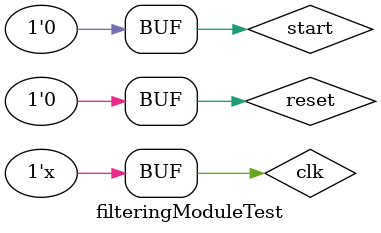
<source format=v>
`timescale 1ns / 1ps


module filteringModuleTest;

	// Inputs
	reg clk;
	reg reset;
	reg dataIn;
	reg start;

	// Outputs
	wire [7:0] xAddressOut;
	wire [7:0] yAddressOut;
	wire [7:0] xMedianAddress;
	wire [7:0] yMedianAddress;
	wire filterDone;
	wire dataOut;
	wire filterReady;
	wire writeEnable;

	// Instantiate the Unit Under Test (UUT)
	filteringModule uut (
		.clk(clk), 
		.reset(reset), 
		.dataIn(dataIn), 
		.start(start), 
		.xAddressOut(xAddressOut), 
		.yAddressOut(yAddressOut), 
		.xMedianAddress(xMedianAddress),
		.yMedianAddress(yMedianAddress), 
		.filterDone(filterDone), 
		.filterReady(filterReady),
		.dataOut(dataOut),
		.writeEnable(writeEnable)
	);

	initial begin
		// Initialize Inputs
		clk = 0;
		reset = 1;
		dataIn = 0;
		start = 0;

		// Wait 100 ns for global reset to finish
		#85;
        
		// Add stimulus here
		reset = 0;
		#15
		start = 1;
		#10
		start = 0;
		#3812950
		start = 1;
		#10
		start = 0;
	end
	
	always
		#5 clk = !clk;
		
		
	always @ (posedge clk) begin
		dataIn = $random % 2;
	end
	
// Internals
//wire [7:0] xAddressCntr;
//assign xAddressCntr = uut.xAddressCntr;
//wire [7:0] yAddressCntr;
//assign yAddressCntr = uut.yAddressCntr;
//wire [7:0] xMedianAddress;
//assign xMedianAddress = uut.xMedianAddress;
//wire [7:0] yMedianAddress;
//assign yMedianAddress = uut.yMedianAddress;
//wire dataValid;
//assign dataValid = uut.dataValid;
//wire [3:0] counter;
//assign counter = uut.dataProcessInst.pixelCounter;
//wire [3:0] sum;
//assign sum = uut.dataProcessInst.sum;
//wire [3:0] sumWire;
//assign sumWire = uut.dataProcessInst.sumWire;
//wire writeEnable;
//assign writeEnable = uut.writeEnable;

//wire [7:0] xSync;
//assign xSync = uut.dataProcessInst.xAddressSync1;
//wire [7:0] ySync;
//assign ySync = uut.dataProcessInst.yAddressSync1;

endmodule


</source>
